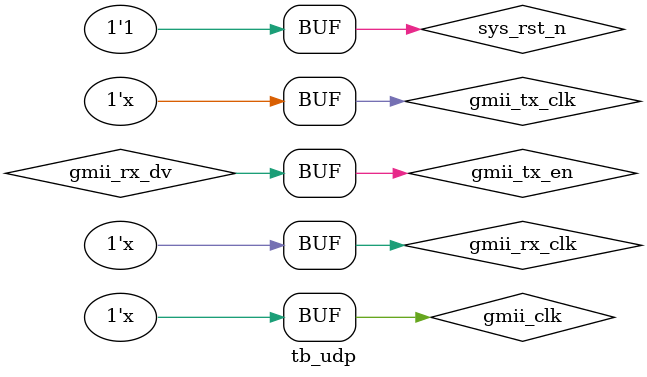
<source format=v>

`timescale  1ns/1ns                     //¶¨Òå·ÂÕæÊ±¼äµ¥Î»1nsºÍ·ÂÕæÊ±¼ä¾«¶ÈÎª1ns

module  tb_udp;

//parameter  define
parameter  T = 8;                       //Ê±ÖÓÖÜÆÚÎª8ns
parameter  OP_CYCLE = 100;              //²Ù×÷ÖÜÆÚ(·¢ËÍÖÜÆÚ¼ä¸ô)

//¿ª·¢°åMACµØÖ· 00-11-22-33-44-55
parameter  BOARD_MAC = 48'h00_11_22_33_44_55;     
//¿ª·¢°åIPµØÖ· 192.168.1.10     
parameter  BOARD_IP  = {8'd192,8'd168,8'd1,8'd10};
//Ä¿µÄMACµØÖ· ff_ff_ff_ff_ff_ff
parameter  DES_MAC   = 48'hff_ff_ff_ff_ff_ff;
//Ä¿µÄIPµØÖ· 192.168.1.102
parameter  DES_IP    = {8'd192,8'd168,8'd1,8'd10};

//reg define
reg           gmii_clk;    //Ê±ÖÓÐÅºÅ
reg           sys_rst_n;   //¸´Î»ÐÅºÅ

reg           tx_start_en;
reg   [7:0]   tx_data    ;
reg   [15:0]  tx_byte_num;
reg   [47:0]  des_mac    ;
reg   [31:0]  des_ip     ;

reg   [3:0]   flow_cnt   ;
reg   [13:0]  delay_cnt  ;

wire          gmii_rx_clk; //GMII½ÓÊÕÊ±ÖÓ
wire          gmii_rx_dv ; //GMII½ÓÊÕÊý¾ÝÓÐÐ§ÐÅºÅ
wire  [7:0]   gmii_rxd   ; //GMII½ÓÊÕÊý¾Ý
wire          gmii_tx_clk; //GMII·¢ËÍÊ±ÖÓ
wire          gmii_tx_en ; //GMII·¢ËÍÊý¾ÝÊ¹ÄÜÐÅºÅ
wire  [7:0]   gmii_txd   ; //GMII·¢ËÍÊý¾Ý
              
wire          tx_done    ; 
wire          tx_req     ;

//*****************************************************
//**                    main code
//*****************************************************

assign gmii_rx_clk = gmii_clk   ;
assign gmii_tx_clk = gmii_clk   ;
assign gmii_rx_dv  = gmii_tx_en ;
assign gmii_rxd    = gmii_txd   ;

//¸øÊäÈëÐÅºÅ³õÊ¼Öµ
initial begin
    gmii_clk           = 1'b0;
    sys_rst_n          = 1'b0;     //¸´Î»
    #(T+1)  sys_rst_n  = 1'b1;     //ÔÚµÚ(T+1)nsµÄÊ±ºò¸´Î»ÐÅºÅÐÅºÅÀ­¸ß
end

//125MhzµÄÊ±ÖÓ£¬ÖÜÆÚÔòÎª1/125Mhz=8ns,ËùÒÔÃ¿4ns£¬µçÆ½È¡·´Ò»´Î
always #(T/2) gmii_clk = ~gmii_clk;

always @(posedge gmii_clk or negedge sys_rst_n) begin
    if(!sys_rst_n) begin
        tx_start_en <= 1'b0;
        tx_data <= 8'h33;
        tx_byte_num <= 1'b0;
        des_mac <= 1'b0;
        des_ip <= 1'b0;
        delay_cnt <= 1'b0;
        flow_cnt <= 1'b0;
    end
    else begin
        case(flow_cnt)
            'd0 : flow_cnt <= flow_cnt + 1'b1;
            'd1 : begin
                tx_start_en <= 1'b1;  //À­¸ß¿ªÊ¼·¢ËÍÊ¹ÄÜÐÅºÅ
                tx_byte_num <= 16'd10;//ÉèÖÃ·¢ËÍµÄ×Ö½ÚÊý
                flow_cnt <= flow_cnt + 1'b1;
            end
            'd2 : begin 
                tx_start_en <= 1'b0;
                flow_cnt <= flow_cnt + 1'b1;
            end    
            'd3 : begin
                if(tx_req)
                    tx_data <= tx_data + 8'h11;
                if(tx_done) begin
                    flow_cnt <= flow_cnt + 1'b1;
                    tx_data <= 8'h33;
                end    
            end
            'd4 : begin
                delay_cnt <= delay_cnt + 1'b1;
                if(delay_cnt == OP_CYCLE - 1'b1)
                    flow_cnt <= flow_cnt + 1'b1;
            end
            'd5 : begin
                tx_start_en <= 1'b1;  //À­¸ß¿ªÊ¼·¢ËÍÊ¹ÄÜÐÅºÅ
                tx_byte_num <= 16'd30;//ÉèÖÃ·¢ËÍµÄ×Ö½ÚÊý
                flow_cnt <= flow_cnt + 1'b1;               
            end
            'd6 : begin 
                tx_start_en <= 1'b0;
                flow_cnt <= flow_cnt + 1'b1;
            end 
            'd7 : begin
                if(tx_req)
                    tx_data <= tx_data + 8'h11;
                if(tx_done) begin
                    flow_cnt <= flow_cnt + 1'b1;
                    tx_data <= 8'h33;
                end  
            end
            default:;
        endcase    
    end
end

//Àý»¯UDPÄ£¿é
udp                                             
   #(
    .BOARD_MAC     (BOARD_MAC),      //²ÎÊýÀý»¯
    .BOARD_IP      (BOARD_IP ),
    .DES_MAC       (DES_MAC  ),
    .DES_IP        (DES_IP   )
    )
   u_udp(
    .rst_n         (sys_rst_n   ),  
    
    .gmii_rx_clk   (gmii_rx_clk ),           
    .gmii_rx_dv    (gmii_rx_dv  ),         
    .gmii_rxd      (gmii_rxd    ),                   
    .gmii_tx_clk   (gmii_tx_clk ), 
    .gmii_tx_en    (gmii_tx_en),         
    .gmii_txd      (gmii_txd),  

    .rec_pkt_done  (),    
    .rec_en        (),     
    .rec_data      (),         
    .rec_byte_num  (),      
    .tx_start_en   (tx_start_en),        
    .tx_data       (tx_data    ),         
    .tx_byte_num   (tx_byte_num),  
    .des_mac       (des_mac    ),
    .des_ip        (des_ip     ),    
    .tx_done       (tx_done    ),        
    .tx_req        (tx_req)           
    ); 

endmodule
</source>
